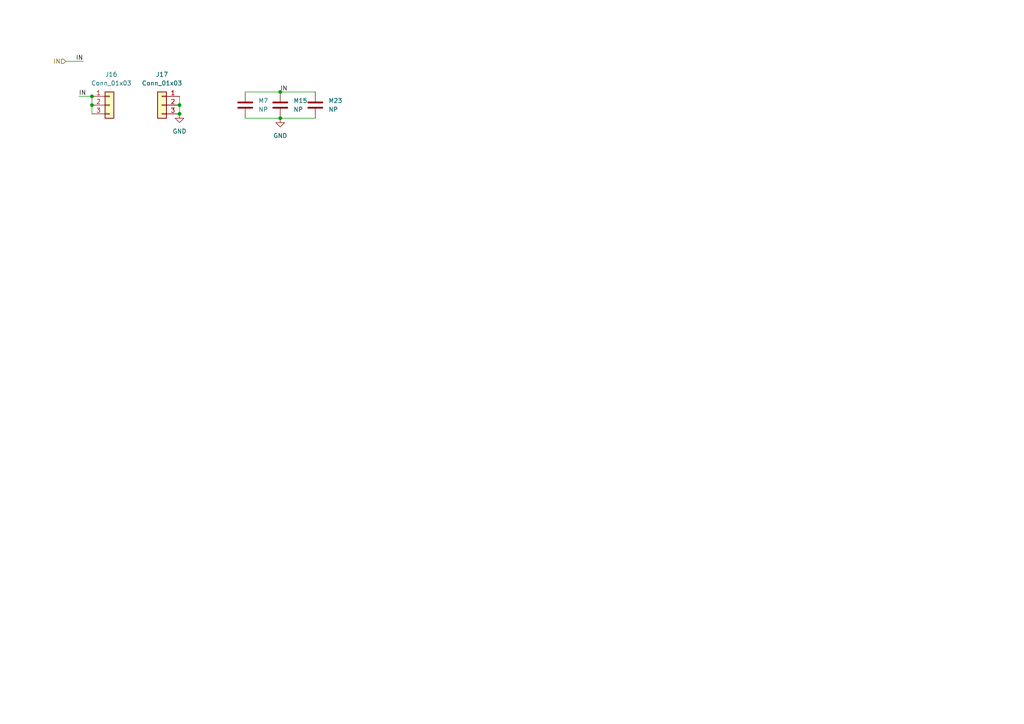
<source format=kicad_sch>
(kicad_sch (version 20231120) (generator "eeschema") (generator_version "8.0")
  (paper "A4")
  (lib_symbols
    (symbol "Connector_Generic:Conn_01x03" (pin_names (offset 1.016) hide)
      (property "Reference" "J" (at 0 5.08 0))
      (property "Value" "Conn_01x03" (at 0 -5.08 0))
      (symbol "Conn_01x03_1_1"
        (rectangle (start -1.27 -2.413) (end 0 -2.667) (stroke (width 0.1524)))
        (rectangle (start -1.27 0.127) (end 0 -0.127) (stroke (width 0.1524)))
        (rectangle (start -1.27 2.667) (end 0 2.413) (stroke (width 0.1524)))
        (rectangle (start -1.27 3.81) (end 1.27 -3.81) (stroke (width 0.254)) (fill (type background)))
        (pin passive line (at -5.08 2.54 0) (length 3.81) (name "Pin_1") (number "1"))
        (pin passive line (at -5.08 0 0) (length 3.81) (name "Pin_2") (number "2"))
        (pin passive line (at -5.08 -2.54 0) (length 3.81) (name "Pin_3") (number "3"))
      )
    )
    (symbol "Device:C" (pin_numbers hide) (pin_names (offset 0.254))
      (property "Reference" "C" (at 0.635 2.54 0))
      (property "Value" "C" (at 0.635 -2.54 0))
      (symbol "C_0_1"
        (polyline (pts (xy -2.032 -0.762) (xy 2.032 -0.762)) (stroke (width 0.508)))
        (polyline (pts (xy -2.032 0.762) (xy 2.032 0.762)) (stroke (width 0.508)))
      )
      (symbol "C_1_1"
        (pin passive line (at 0 3.81 270) (length 2.794) (name "~") (number "1"))
        (pin passive line (at 0 -3.81 90) (length 2.794) (name "~") (number "2"))
      )
    )
    (symbol "power:GND" (power) (pin_numbers hide) (pin_names (offset 0) hide)
      (property "Value" "GND" (at 0 -3.81 0))
      (symbol "GND_0_1"
        (polyline (pts (xy 0 0) (xy 0 -1.27) (xy 1.27 -1.27) (xy 0 -2.54) (xy -1.27 -1.27) (xy 0 -1.27)))
      )
      (symbol "GND_1_1"
        (pin power_in line (at 0 0 270) (length 0) (name "~") (number "1"))
      )
    )
  )
  (junction (at 52.07 30.48))
  (junction (at 81.28 34.29))
  (junction (at 81.28 26.67))
  (junction (at 52.07 33.02))
  (junction (at 26.67 30.48))
  (junction (at 26.67 27.94))
  (wire (pts (xy 52.07 27.94) (xy 52.07 30.48)))
  (wire (pts (xy 26.67 30.48) (xy 26.67 33.02)))
  (wire (pts (xy 52.07 30.48) (xy 52.07 33.02)))
  (wire (pts (xy 71.12 26.67) (xy 81.28 26.67)))
  (wire (pts (xy 22.86 27.94) (xy 26.67 27.94)))
  (wire (pts (xy 81.28 26.67) (xy 91.44 26.67)))
  (wire (pts (xy 19.05 17.78) (xy 24.13 17.78)))
  (wire (pts (xy 71.12 34.29) (xy 81.28 34.29)))
  (wire (pts (xy 26.67 27.94) (xy 26.67 30.48)))
  (wire (pts (xy 81.28 34.29) (xy 91.44 34.29)))
  (label "IN" (at 81.28 26.67 0))
  (label "IN" (at 22.86 27.94 0))
  (label "IN" (at 24.13 17.78 180))
  (hierarchical_label "IN" (shape input) (at 19.05 17.78 180))
  (symbol (lib_id "Connector_Generic:Conn_01x03") (at 46.99 30.48 0) (mirror y) (unit 1)
    (property "Reference" "J17" (at 46.99 21.59 0))
    (property "Value" "Conn_01x03" (at 46.99 24.13 0))
    (property "Footprint" "Connector_PinSocket_2.54mm:PinSocket_1x03_P2.54mm_Vertical" (effects (hide yes)))
    (property "Description" "Generic connector, single row, 01x03, script generated (kicad-library-utils/schlib/autogen/connector/)" (effects (hide yes)))
    (instances (project "smartstake-mux-breakout" (path "" (reference "J17") (unit 1)) (path "" (reference "J7") (unit 1)) (path "" (reference "J9") (unit 1)) (path "" (reference "J13") (unit 1)) (path "" (reference "J15") (unit 1)) (path "" (reference "J11") (unit 1)) (path "" (reference "J19") (unit 1)) (path "" (reference "J5") (unit 1))))
  )
  (symbol (lib_id "Connector_Generic:Conn_01x03") (at 31.75 30.48 0) (unit 1)
    (property "Reference" "J16" (at 30.48 21.59 0) (effects (justify left)))
    (property "Value" "Conn_01x03" (at 26.416 24.13 0) (effects (justify left)))
    (property "Footprint" "Connector_PinSocket_2.54mm:PinSocket_1x03_P2.54mm_Vertical" (effects (hide yes)))
    (property "Description" "Generic connector, single row, 01x03, script generated (kicad-library-utils/schlib/autogen/connector/)" (effects (hide yes)))
    (instances (project "smartstake-mux-breakout" (path "" (reference "J16") (unit 1)) (path "" (reference "J6") (unit 1)) (path "" (reference "J8") (unit 1)) (path "" (reference "J12") (unit 1)) (path "" (reference "J14") (unit 1)) (path "" (reference "J10") (unit 1)) (path "" (reference "J18") (unit 1)) (path "" (reference "J4") (unit 1))))
  )
  (symbol (lib_id "Device:C") (at 91.44 30.48 0) (unit 1)
    (property "Reference" "M23" (at 95.25 29.2099 0) (effects (justify left)))
    (property "Value" "NP" (at 95.25 31.7499 0) (effects (justify left)))
    (property "Footprint" "Capacitor_SMD:C_0805_2012Metric" (effects (hide yes)))
    (property "Description" "Unpolarized capacitor" (effects (hide yes)))
    (instances (project "smartstake-mux-breakout" (path "" (reference "M23") (unit 1)) (path "" (reference "M18") (unit 1)) (path "" (reference "M19") (unit 1)) (path "" (reference "M21") (unit 1)) (path "" (reference "M22") (unit 1)) (path "" (reference "M20") (unit 1)) (path "" (reference "M24") (unit 1)) (path "" (reference "M17") (unit 1))))
  )
  (symbol (lib_id "Device:C") (at 81.28 30.48 0) (unit 1)
    (property "Reference" "M15" (at 85.09 29.2099 0) (effects (justify left)))
    (property "Value" "NP" (at 85.09 31.7499 0) (effects (justify left)))
    (property "Footprint" "Capacitor_SMD:C_0805_2012Metric" (effects (hide yes)))
    (property "Description" "Unpolarized capacitor" (effects (hide yes)))
    (instances (project "smartstake-mux-breakout" (path "" (reference "M15") (unit 1)) (path "" (reference "M10") (unit 1)) (path "" (reference "M11") (unit 1)) (path "" (reference "M13") (unit 1)) (path "" (reference "M14") (unit 1)) (path "" (reference "M12") (unit 1)) (path "" (reference "M16") (unit 1)) (path "" (reference "M9") (unit 1))))
  )
  (symbol (lib_id "power:GND") (at 52.07 33.02 0) (unit 1)
    (property "Reference" "#PWR012" (effects (hide yes)))
    (property "Value" "GND" (at 52.07 38.1 0))
    (property "Description" "Power symbol creates a global label with name \"GND\" , ground" (effects (hide yes)))
    (instances (project "smartstake-mux-breakout" (path "" (reference "#PWR012") (unit 1)) (path "" (reference "#PWR07") (unit 1)) (path "" (reference "#PWR08") (unit 1)) (path "" (reference "#PWR010") (unit 1)) (path "" (reference "#PWR011") (unit 1)) (path "" (reference "#PWR09") (unit 1)) (path "" (reference "#PWR013") (unit 1)) (path "" (reference "#PWR06") (unit 1))))
  )
  (symbol (lib_id "Device:C") (at 71.12 30.48 0) (unit 1)
    (property "Reference" "M7" (at 74.93 29.2099 0) (effects (justify left)))
    (property "Value" "NP" (at 74.93 31.7499 0) (effects (justify left)))
    (property "Footprint" "Capacitor_SMD:C_0805_2012Metric" (effects (hide yes)))
    (property "Description" "Unpolarized capacitor" (effects (hide yes)))
    (instances (project "" (path "" (reference "M7") (unit 1)) (path "" (reference "M2") (unit 1)) (path "" (reference "M3") (unit 1)) (path "" (reference "M5") (unit 1)) (path "" (reference "M6") (unit 1)) (path "" (reference "M4") (unit 1)) (path "" (reference "M8") (unit 1)) (path "" (reference "M1") (unit 1))))
  )
  (symbol (lib_id "power:GND") (at 81.28 34.29 0) (unit 1)
    (property "Reference" "#PWR022" (effects (hide yes)))
    (property "Value" "GND" (at 81.28 39.37 0))
    (property "Description" "Power symbol creates a global label with name \"GND\" , ground" (effects (hide yes)))
    (instances (project "smartstake-mux-breakout" (path "" (reference "#PWR022") (unit 1)) (path "" (reference "#PWR017") (unit 1)) (path "" (reference "#PWR018") (unit 1)) (path "" (reference "#PWR020") (unit 1)) (path "" (reference "#PWR021") (unit 1)) (path "" (reference "#PWR019") (unit 1)) (path "" (reference "#PWR023") (unit 1)) (path "" (reference "#PWR016") (unit 1))))
  )
)
</source>
